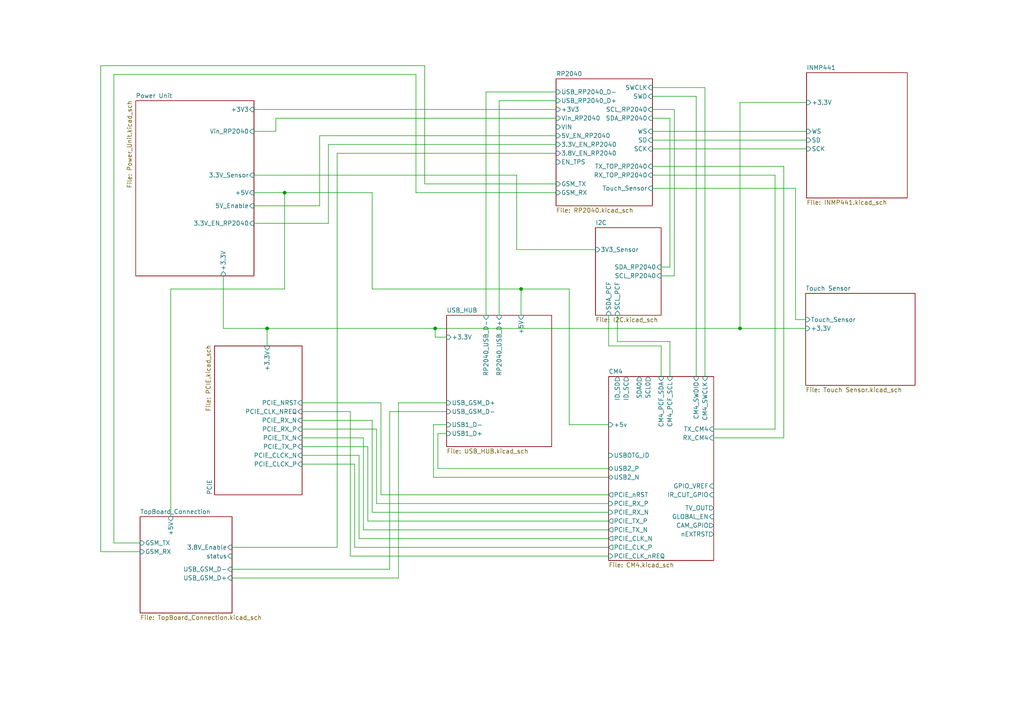
<source format=kicad_sch>
(kicad_sch
	(version 20231120)
	(generator "eeschema")
	(generator_version "8.0")
	(uuid "25e5aa8e-2696-44a3-8d3c-c2c53f2923cf")
	(paper "A4")
	(title_block
		(title "CamTracker")
		(date "2022-09-20")
		(rev "REV1")
		(company "SmartEQ Bilisim")
	)
	(lib_symbols)
	(junction
		(at 77.47 95.25)
		(diameter 0)
		(color 0 0 0 0)
		(uuid "42ee1a36-6b96-4057-8f9b-30a2b9dadc54")
	)
	(junction
		(at 82.55 55.88)
		(diameter 0)
		(color 0 0 0 0)
		(uuid "43651d21-71de-4ae8-b0b8-1ff6ea5b9b28")
	)
	(junction
		(at 214.63 95.25)
		(diameter 0)
		(color 0 0 0 0)
		(uuid "a022223e-0dd0-4803-8445-d7abdcdea753")
	)
	(junction
		(at 151.13 83.82)
		(diameter 0)
		(color 0 0 0 0)
		(uuid "b44ec770-8b28-49a1-9139-f70a9ef8385d")
	)
	(junction
		(at 126.2231 95.25)
		(diameter 0)
		(color 0 0 0 0)
		(uuid "c09a1748-6fe3-4a62-996f-185136caf6b9")
	)
	(wire
		(pts
			(xy 101.6 119.38) (xy 87.63 119.38)
		)
		(stroke
			(width 0)
			(type default)
		)
		(uuid "03f519bb-7c62-4b6b-a2f2-c60882545b17")
	)
	(wire
		(pts
			(xy 110.49 116.84) (xy 87.63 116.84)
		)
		(stroke
			(width 0)
			(type default)
		)
		(uuid "05415c3b-03b0-4c69-97c0-3c855838e16e")
	)
	(wire
		(pts
			(xy 113.03 119.38) (xy 129.54 119.38)
		)
		(stroke
			(width 0)
			(type default)
		)
		(uuid "0846c369-15df-42a1-99e1-476fcf0e5378")
	)
	(wire
		(pts
			(xy 67.31 165.1) (xy 113.03 165.1)
		)
		(stroke
			(width 0)
			(type default)
		)
		(uuid "0886d2ec-bc64-4e34-b033-f9174ff7204b")
	)
	(wire
		(pts
			(xy 189.23 27.94) (xy 201.93 27.94)
		)
		(stroke
			(width 0)
			(type default)
		)
		(uuid "09a84b52-4e71-4e98-a7df-a91449300631")
	)
	(wire
		(pts
			(xy 176.53 143.51) (xy 110.49 143.51)
		)
		(stroke
			(width 0)
			(type default)
		)
		(uuid "09b5f30c-a1a6-4361-855d-14f2db929778")
	)
	(wire
		(pts
			(xy 195.58 80.01) (xy 195.58 31.75)
		)
		(stroke
			(width 0)
			(type default)
		)
		(uuid "0c8c1ea5-fe8a-4bf5-8a70-64c4d50f7e43")
	)
	(wire
		(pts
			(xy 189.23 43.18) (xy 233.934 43.18)
		)
		(stroke
			(width 0)
			(type default)
		)
		(uuid "0dee9125-44f2-467d-b6da-d7f7aadb9447")
	)
	(wire
		(pts
			(xy 125.73 123.19) (xy 129.54 123.19)
		)
		(stroke
			(width 0)
			(type default)
		)
		(uuid "0e921fad-7ac7-4abc-9220-a4fcbfbe3081")
	)
	(wire
		(pts
			(xy 97.79 44.45) (xy 161.29 44.45)
		)
		(stroke
			(width 0)
			(type default)
		)
		(uuid "10051d31-88ed-4419-9b3f-48785e0d52de")
	)
	(wire
		(pts
			(xy 77.47 95.25) (xy 77.47 100.33)
		)
		(stroke
			(width 0)
			(type default)
		)
		(uuid "1174824b-c058-47fc-8ca6-1778fbf78a84")
	)
	(wire
		(pts
			(xy 176.53 148.59) (xy 107.95 148.59)
		)
		(stroke
			(width 0)
			(type default)
		)
		(uuid "123389bb-e212-44a2-9c85-0d3c0638195f")
	)
	(wire
		(pts
			(xy 194.31 109.22) (xy 194.31 99.06)
		)
		(stroke
			(width 0)
			(type default)
		)
		(uuid "12415896-c7d5-4919-b2d2-1df50f615941")
	)
	(wire
		(pts
			(xy 97.79 158.75) (xy 67.31 158.75)
		)
		(stroke
			(width 0)
			(type default)
		)
		(uuid "1625ddf4-9833-4894-899a-1d4af2723184")
	)
	(wire
		(pts
			(xy 106.68 129.54) (xy 87.63 129.54)
		)
		(stroke
			(width 0)
			(type default)
		)
		(uuid "18677b1a-f0d1-4c02-b214-51260999e6d1")
	)
	(wire
		(pts
			(xy 214.63 95.25) (xy 233.68 95.25)
		)
		(stroke
			(width 0)
			(type default)
		)
		(uuid "18ffaaf6-c5f0-44c1-867c-494487439b3d")
	)
	(wire
		(pts
			(xy 92.71 39.37) (xy 161.29 39.37)
		)
		(stroke
			(width 0)
			(type default)
		)
		(uuid "1a8fdd25-3caf-4724-a535-70c5893d89cf")
	)
	(wire
		(pts
			(xy 151.13 83.82) (xy 107.95 83.82)
		)
		(stroke
			(width 0)
			(type default)
		)
		(uuid "1ab3020c-7b52-44e1-9025-dd006e65598f")
	)
	(wire
		(pts
			(xy 189.23 38.1) (xy 233.934 38.1)
		)
		(stroke
			(width 0)
			(type default)
		)
		(uuid "1bbd0120-a48e-4178-a35f-6fc43b1d1fce")
	)
	(wire
		(pts
			(xy 49.53 83.82) (xy 82.55 83.82)
		)
		(stroke
			(width 0)
			(type default)
		)
		(uuid "1bf69e9d-58c8-4a9f-be22-2c5d0085652e")
	)
	(wire
		(pts
			(xy 115.57 116.84) (xy 129.54 116.84)
		)
		(stroke
			(width 0)
			(type default)
		)
		(uuid "1f73fafd-71f5-4366-887b-988e7f50ad5c")
	)
	(wire
		(pts
			(xy 161.29 34.29) (xy 80.01 34.29)
		)
		(stroke
			(width 0)
			(type default)
		)
		(uuid "2110574b-70bf-494c-949d-842d9fd2e86a")
	)
	(wire
		(pts
			(xy 127 135.89) (xy 127 125.73)
		)
		(stroke
			(width 0)
			(type default)
		)
		(uuid "21c04af6-a427-4947-b590-16f6e78f7505")
	)
	(wire
		(pts
			(xy 40.64 160.02) (xy 29.21 160.02)
		)
		(stroke
			(width 0)
			(type default)
		)
		(uuid "24c2d853-0c44-4a9b-9f8f-623cce52ab6b")
	)
	(wire
		(pts
			(xy 126.2231 97.79) (xy 129.54 97.79)
		)
		(stroke
			(width 0)
			(type default)
		)
		(uuid "25dcc88a-e196-485e-b78f-7e4fa9de8ee9")
	)
	(wire
		(pts
			(xy 33.02 21.59) (xy 33.02 157.48)
		)
		(stroke
			(width 0)
			(type default)
		)
		(uuid "26b86376-dada-4ebe-8185-251475d27af3")
	)
	(wire
		(pts
			(xy 95.25 41.91) (xy 161.29 41.91)
		)
		(stroke
			(width 0)
			(type default)
		)
		(uuid "2708e682-685b-42c2-8c28-c202941ad212")
	)
	(wire
		(pts
			(xy 126.2231 95.25) (xy 214.63 95.25)
		)
		(stroke
			(width 0)
			(type default)
		)
		(uuid "279b217d-df59-40dc-9190-7d8d9933ad5b")
	)
	(wire
		(pts
			(xy 82.55 83.82) (xy 82.55 55.88)
		)
		(stroke
			(width 0)
			(type default)
		)
		(uuid "2a9c27fc-85b9-4c7c-bc0c-253df9945804")
	)
	(wire
		(pts
			(xy 33.02 157.48) (xy 40.64 157.48)
		)
		(stroke
			(width 0)
			(type default)
		)
		(uuid "2ae354cd-54c2-41ee-b29b-fd47eef984bc")
	)
	(wire
		(pts
			(xy 120.65 55.88) (xy 120.65 21.59)
		)
		(stroke
			(width 0)
			(type default)
		)
		(uuid "2cf89173-1360-4207-ab49-24c645c33084")
	)
	(wire
		(pts
			(xy 92.71 59.69) (xy 92.71 39.37)
		)
		(stroke
			(width 0)
			(type default)
		)
		(uuid "2e682f21-99e8-4895-9a3b-c75a989b2055")
	)
	(wire
		(pts
			(xy 161.29 53.34) (xy 123.19 53.34)
		)
		(stroke
			(width 0)
			(type default)
		)
		(uuid "308849b8-fa42-4617-b5b5-0d1eec205f6d")
	)
	(wire
		(pts
			(xy 64.77 95.25) (xy 77.47 95.25)
		)
		(stroke
			(width 0)
			(type default)
		)
		(uuid "30dad837-1f1b-4ee4-9e86-f2fa34e689be")
	)
	(wire
		(pts
			(xy 123.19 19.05) (xy 29.21 19.05)
		)
		(stroke
			(width 0)
			(type default)
		)
		(uuid "314ba2e0-03cd-451a-ac69-6c4f5c076887")
	)
	(wire
		(pts
			(xy 176.53 161.29) (xy 101.6 161.29)
		)
		(stroke
			(width 0)
			(type default)
		)
		(uuid "31eb1b74-fc1f-4166-98ac-da2052d1ac07")
	)
	(wire
		(pts
			(xy 194.31 99.06) (xy 179.07 99.06)
		)
		(stroke
			(width 0)
			(type default)
		)
		(uuid "35319e9e-474a-4451-8fbb-699259edf642")
	)
	(wire
		(pts
			(xy 189.23 31.75) (xy 195.58 31.75)
		)
		(stroke
			(width 0)
			(type default)
		)
		(uuid "36afa14e-f150-40e6-8bae-8c450590c0b4")
	)
	(wire
		(pts
			(xy 127 135.89) (xy 176.53 135.89)
		)
		(stroke
			(width 0)
			(type default)
		)
		(uuid "387e9f6b-3ffd-48b9-b3b4-7d047a52992c")
	)
	(wire
		(pts
			(xy 123.19 53.34) (xy 123.19 19.05)
		)
		(stroke
			(width 0)
			(type default)
		)
		(uuid "3d9ad9ce-42c3-40db-a53e-fd4486cd0081")
	)
	(wire
		(pts
			(xy 109.22 124.46) (xy 87.63 124.46)
		)
		(stroke
			(width 0)
			(type default)
		)
		(uuid "403d6e52-f7b3-43da-942e-614925838c47")
	)
	(wire
		(pts
			(xy 73.66 59.69) (xy 92.71 59.69)
		)
		(stroke
			(width 0)
			(type default)
		)
		(uuid "40ab7f4c-9404-4ac2-ab8e-7a90f485b8fd")
	)
	(wire
		(pts
			(xy 176.53 91.44) (xy 176.53 100.33)
		)
		(stroke
			(width 0)
			(type default)
		)
		(uuid "40fa41cb-b56f-44f8-a7ab-c73c5494d120")
	)
	(wire
		(pts
			(xy 194.31 77.47) (xy 191.77 77.47)
		)
		(stroke
			(width 0)
			(type default)
		)
		(uuid "447b1905-adba-477e-a4c9-9e194c43fa32")
	)
	(wire
		(pts
			(xy 140.97 26.67) (xy 161.29 26.67)
		)
		(stroke
			(width 0)
			(type default)
		)
		(uuid "49de4cb9-e192-4350-8a5a-8b1e1b64c762")
	)
	(wire
		(pts
			(xy 107.95 148.59) (xy 107.95 121.92)
		)
		(stroke
			(width 0)
			(type default)
		)
		(uuid "4aabaf2e-be22-4bff-84dc-d7335c2e2202")
	)
	(wire
		(pts
			(xy 106.68 151.13) (xy 106.68 129.54)
		)
		(stroke
			(width 0)
			(type default)
		)
		(uuid "4b4f0b7f-1806-40ee-8fab-8e861305d2d5")
	)
	(wire
		(pts
			(xy 189.23 40.64) (xy 233.934 40.64)
		)
		(stroke
			(width 0)
			(type default)
		)
		(uuid "4c7f4fef-ee5d-4595-8fe9-d13fe702b5b6")
	)
	(wire
		(pts
			(xy 82.55 55.88) (xy 73.66 55.88)
		)
		(stroke
			(width 0)
			(type default)
		)
		(uuid "507bde0d-26c0-4424-98b0-45e23955f05a")
	)
	(wire
		(pts
			(xy 176.53 100.33) (xy 191.77 100.33)
		)
		(stroke
			(width 0)
			(type default)
		)
		(uuid "5118639c-d8cb-44e4-ac88-c755012eb7b2")
	)
	(wire
		(pts
			(xy 207.01 127) (xy 227.33 127)
		)
		(stroke
			(width 0)
			(type default)
		)
		(uuid "514ccd4a-d3bd-4267-a22a-62809d3a8a31")
	)
	(wire
		(pts
			(xy 101.6 161.29) (xy 101.6 119.38)
		)
		(stroke
			(width 0)
			(type default)
		)
		(uuid "51a062b5-d1e2-4b24-b439-df8d85bb31b5")
	)
	(wire
		(pts
			(xy 73.66 64.77) (xy 95.25 64.77)
		)
		(stroke
			(width 0)
			(type default)
		)
		(uuid "5556bca5-8d49-4fcd-9adf-20b755c799fe")
	)
	(wire
		(pts
			(xy 67.31 167.64) (xy 115.57 167.64)
		)
		(stroke
			(width 0)
			(type default)
		)
		(uuid "5711e66d-bb5f-45b8-9808-34d2985e2ed6")
	)
	(wire
		(pts
			(xy 77.47 95.25) (xy 126.2231 95.25)
		)
		(stroke
			(width 0)
			(type default)
		)
		(uuid "57b32829-59d6-403c-be63-0d965700b112")
	)
	(wire
		(pts
			(xy 64.77 80.01) (xy 64.77 95.25)
		)
		(stroke
			(width 0)
			(type default)
		)
		(uuid "5a2fbec4-8f1f-4e20-8c6c-051c3c69c001")
	)
	(wire
		(pts
			(xy 107.95 55.88) (xy 82.55 55.88)
		)
		(stroke
			(width 0)
			(type default)
		)
		(uuid "5f357612-97cb-4e2a-b5b4-f32b0f7b7c2c")
	)
	(wire
		(pts
			(xy 201.93 27.94) (xy 201.93 109.22)
		)
		(stroke
			(width 0)
			(type default)
		)
		(uuid "5ff28785-4594-45e5-8438-f9f24231d21a")
	)
	(wire
		(pts
			(xy 176.53 153.67) (xy 105.41 153.67)
		)
		(stroke
			(width 0)
			(type default)
		)
		(uuid "60bf2342-c4b7-4de6-8626-4f941754047a")
	)
	(wire
		(pts
			(xy 233.934 29.718) (xy 214.63 29.718)
		)
		(stroke
			(width 0)
			(type default)
		)
		(uuid "6354635d-95be-4544-a577-3f5b349b50e2")
	)
	(wire
		(pts
			(xy 104.14 132.08) (xy 87.63 132.08)
		)
		(stroke
			(width 0)
			(type default)
		)
		(uuid "643b3f92-190d-4c85-a1c8-02607902dcb0")
	)
	(wire
		(pts
			(xy 194.31 34.29) (xy 194.31 77.47)
		)
		(stroke
			(width 0)
			(type default)
		)
		(uuid "65b7a8d7-e49d-432a-b4cc-23092a11d9e7")
	)
	(wire
		(pts
			(xy 224.79 50.8) (xy 224.79 124.46)
		)
		(stroke
			(width 0)
			(type default)
		)
		(uuid "66910d01-b7b2-4c64-9b7d-627a5fd9c3da")
	)
	(wire
		(pts
			(xy 140.97 26.67) (xy 140.97 91.44)
		)
		(stroke
			(width 0)
			(type default)
		)
		(uuid "67d85d14-f41e-4947-a5de-ef23bd21f100")
	)
	(wire
		(pts
			(xy 151.13 91.44) (xy 151.13 83.82)
		)
		(stroke
			(width 0)
			(type default)
		)
		(uuid "6b67c7e0-0512-483e-84c4-d3be6e2b9557")
	)
	(wire
		(pts
			(xy 73.66 50.8) (xy 149.86 50.8)
		)
		(stroke
			(width 0)
			(type default)
		)
		(uuid "6ebe907a-f7ce-4054-b7cc-56cb23fe31f0")
	)
	(wire
		(pts
			(xy 191.77 100.33) (xy 191.77 109.22)
		)
		(stroke
			(width 0)
			(type default)
		)
		(uuid "72607ace-994f-4d6d-9e73-75cee1d69f87")
	)
	(wire
		(pts
			(xy 95.25 64.77) (xy 95.25 41.91)
		)
		(stroke
			(width 0)
			(type default)
		)
		(uuid "7324f59c-e84c-4300-9e2f-5274d2e28a1f")
	)
	(wire
		(pts
			(xy 176.53 156.21) (xy 104.14 156.21)
		)
		(stroke
			(width 0)
			(type default)
		)
		(uuid "7688d54f-4b46-4c41-b07d-1dfd7a65e55f")
	)
	(wire
		(pts
			(xy 191.77 80.01) (xy 195.58 80.01)
		)
		(stroke
			(width 0)
			(type default)
		)
		(uuid "8051e80d-932f-423b-8995-5c0ae356ac06")
	)
	(wire
		(pts
			(xy 161.29 55.88) (xy 120.65 55.88)
		)
		(stroke
			(width 0)
			(type default)
		)
		(uuid "80e7efb7-a3d1-4661-8bc0-ff36b8d39b4b")
	)
	(wire
		(pts
			(xy 113.03 165.1) (xy 113.03 119.38)
		)
		(stroke
			(width 0)
			(type default)
		)
		(uuid "82a7dfd7-8fe2-4fad-b4b4-47de29ea616c")
	)
	(wire
		(pts
			(xy 194.31 34.29) (xy 189.23 34.29)
		)
		(stroke
			(width 0)
			(type default)
		)
		(uuid "85c75964-8d87-47ec-81f7-6ce3a21a6d13")
	)
	(wire
		(pts
			(xy 165.1 83.82) (xy 151.13 83.82)
		)
		(stroke
			(width 0)
			(type default)
		)
		(uuid "87618a1a-2219-4ed0-9b0e-90109bb78ce2")
	)
	(wire
		(pts
			(xy 230.7492 92.71) (xy 233.68 92.71)
		)
		(stroke
			(width 0)
			(type default)
		)
		(uuid "87ddc642-ff50-4196-81d3-ab0186806276")
	)
	(wire
		(pts
			(xy 189.23 50.8) (xy 224.79 50.8)
		)
		(stroke
			(width 0)
			(type default)
		)
		(uuid "88f63d85-e1ee-4cdd-a7ad-3e67e9ec26e1")
	)
	(wire
		(pts
			(xy 105.41 127) (xy 87.63 127)
		)
		(stroke
			(width 0)
			(type default)
		)
		(uuid "972b3518-ce4b-44f1-951f-3a52c19eabbe")
	)
	(wire
		(pts
			(xy 227.33 127) (xy 227.33 48.26)
		)
		(stroke
			(width 0)
			(type default)
		)
		(uuid "99f76467-fdb3-4e45-a1b3-d948d38fcfa9")
	)
	(wire
		(pts
			(xy 144.78 29.21) (xy 144.78 91.44)
		)
		(stroke
			(width 0)
			(type default)
		)
		(uuid "9c67971e-14ea-491b-8734-57429f4e2395")
	)
	(wire
		(pts
			(xy 102.87 134.62) (xy 87.63 134.62)
		)
		(stroke
			(width 0)
			(type default)
		)
		(uuid "9d258ba2-1b5c-40fa-b815-e4a5cafc60db")
	)
	(wire
		(pts
			(xy 49.53 149.86) (xy 49.53 83.82)
		)
		(stroke
			(width 0)
			(type default)
		)
		(uuid "9d637243-c449-4418-929e-ecb594170cf4")
	)
	(wire
		(pts
			(xy 104.14 156.21) (xy 104.14 132.08)
		)
		(stroke
			(width 0)
			(type default)
		)
		(uuid "a62b28ab-c9c5-4a25-8fcf-86a307671a3e")
	)
	(wire
		(pts
			(xy 115.57 167.64) (xy 115.57 116.84)
		)
		(stroke
			(width 0)
			(type default)
		)
		(uuid "a747e60c-83ac-4868-bd85-2ecda96dc400")
	)
	(wire
		(pts
			(xy 179.07 99.06) (xy 179.07 91.44)
		)
		(stroke
			(width 0)
			(type default)
		)
		(uuid "aa3c719d-aeea-4c58-aadd-88f0407f922a")
	)
	(wire
		(pts
			(xy 204.47 25.4) (xy 204.47 109.22)
		)
		(stroke
			(width 0)
			(type default)
		)
		(uuid "af1d1e25-12cd-4036-9aa2-b3f58c7c3eeb")
	)
	(wire
		(pts
			(xy 80.01 38.1) (xy 73.66 38.1)
		)
		(stroke
			(width 0)
			(type default)
		)
		(uuid "b0f92301-1118-415c-a00d-8bcb67f415c3")
	)
	(wire
		(pts
			(xy 109.22 146.05) (xy 109.22 124.46)
		)
		(stroke
			(width 0)
			(type default)
		)
		(uuid "b6d5d99a-11f6-4011-aa4e-0f5dffa0e2c9")
	)
	(wire
		(pts
			(xy 105.41 153.67) (xy 105.41 127)
		)
		(stroke
			(width 0)
			(type default)
		)
		(uuid "bc5eed40-81a1-43c3-957a-85c022bed129")
	)
	(wire
		(pts
			(xy 189.23 54.61) (xy 230.7492 54.61)
		)
		(stroke
			(width 0)
			(type default)
		)
		(uuid "bcb0cda8-1fbd-402f-897b-6daf806d9ee5")
	)
	(wire
		(pts
			(xy 189.23 48.26) (xy 227.33 48.26)
		)
		(stroke
			(width 0)
			(type default)
		)
		(uuid "bcc04fba-91f1-44e7-9af2-2e8e82931d12")
	)
	(wire
		(pts
			(xy 176.53 151.13) (xy 106.68 151.13)
		)
		(stroke
			(width 0)
			(type default)
		)
		(uuid "bd5c3252-3881-45a1-905f-f3d2eb3ba454")
	)
	(wire
		(pts
			(xy 189.23 25.4) (xy 204.47 25.4)
		)
		(stroke
			(width 0)
			(type default)
		)
		(uuid "bf3e369c-93ad-4e32-b7d0-0fb2730e2035")
	)
	(wire
		(pts
			(xy 125.73 138.43) (xy 176.53 138.43)
		)
		(stroke
			(width 0)
			(type default)
		)
		(uuid "c1960e59-1ad1-4b37-9840-ecf1f37c3865")
	)
	(wire
		(pts
			(xy 120.65 21.59) (xy 33.02 21.59)
		)
		(stroke
			(width 0)
			(type default)
		)
		(uuid "c29b3c9f-d29c-4d68-b05c-94299cad329b")
	)
	(wire
		(pts
			(xy 176.53 158.75) (xy 102.87 158.75)
		)
		(stroke
			(width 0)
			(type default)
		)
		(uuid "c4a320a6-746c-494f-8b05-dcb4baf99692")
	)
	(wire
		(pts
			(xy 149.86 72.39) (xy 149.86 50.8)
		)
		(stroke
			(width 0)
			(type default)
		)
		(uuid "c53861a9-17f6-4068-8c8f-d110f7d319fd")
	)
	(wire
		(pts
			(xy 176.53 123.19) (xy 165.1 123.19)
		)
		(stroke
			(width 0)
			(type default)
		)
		(uuid "c6e2a686-dc12-4289-9d77-32a0bbe88c13")
	)
	(wire
		(pts
			(xy 110.49 143.51) (xy 110.49 116.84)
		)
		(stroke
			(width 0)
			(type default)
		)
		(uuid "c7ef770a-4d69-419f-9d7d-0258c3fcc9d5")
	)
	(wire
		(pts
			(xy 127 125.73) (xy 129.54 125.73)
		)
		(stroke
			(width 0)
			(type default)
		)
		(uuid "cb1fc376-7dd0-4f06-838a-33c79f6c7387")
	)
	(wire
		(pts
			(xy 126.2231 95.25) (xy 126.2231 97.79)
		)
		(stroke
			(width 0)
			(type default)
		)
		(uuid "cc633cc1-fae0-4f3b-9f5f-27088c649cd0")
	)
	(wire
		(pts
			(xy 29.21 19.05) (xy 29.21 160.02)
		)
		(stroke
			(width 0)
			(type default)
		)
		(uuid "cdb74237-0adb-4204-8963-f77d7c95e3fb")
	)
	(wire
		(pts
			(xy 73.66 31.75) (xy 161.29 31.75)
		)
		(stroke
			(width 0)
			(type default)
		)
		(uuid "d07f27f0-f3ef-4cb8-ac74-3ff388755406")
	)
	(wire
		(pts
			(xy 214.63 29.718) (xy 214.63 95.25)
		)
		(stroke
			(width 0)
			(type default)
		)
		(uuid "db9d0d92-16ee-4962-8dd5-9cf1133a0458")
	)
	(wire
		(pts
			(xy 102.87 158.75) (xy 102.87 134.62)
		)
		(stroke
			(width 0)
			(type default)
		)
		(uuid "dba8a864-70f5-41bd-b300-ce62b6e67414")
	)
	(wire
		(pts
			(xy 230.7492 54.61) (xy 230.7492 92.71)
		)
		(stroke
			(width 0)
			(type default)
		)
		(uuid "e0fe0e51-084f-4bde-a929-56f13b7d1c11")
	)
	(wire
		(pts
			(xy 107.95 83.82) (xy 107.95 55.88)
		)
		(stroke
			(width 0)
			(type default)
		)
		(uuid "e8e023f0-4dbe-4c20-af00-f261883129b4")
	)
	(wire
		(pts
			(xy 125.73 138.43) (xy 125.73 123.19)
		)
		(stroke
			(width 0)
			(type default)
		)
		(uuid "ee0fb778-a18d-4449-a528-5b375534587a")
	)
	(wire
		(pts
			(xy 107.95 121.92) (xy 87.63 121.92)
		)
		(stroke
			(width 0)
			(type default)
		)
		(uuid "f22d1b85-edd4-45dd-abab-88512ad974ee")
	)
	(wire
		(pts
			(xy 172.72 72.39) (xy 149.86 72.39)
		)
		(stroke
			(width 0)
			(type default)
		)
		(uuid "f4bb116e-cc54-429b-8201-b0a5724caaa7")
	)
	(wire
		(pts
			(xy 207.01 124.46) (xy 224.79 124.46)
		)
		(stroke
			(width 0)
			(type default)
		)
		(uuid "f716deb6-15eb-49bb-86b7-7e00537a8574")
	)
	(wire
		(pts
			(xy 165.1 123.19) (xy 165.1 83.82)
		)
		(stroke
			(width 0)
			(type default)
		)
		(uuid "f9564a59-669e-4b47-b70a-71a51ba4351b")
	)
	(wire
		(pts
			(xy 144.78 29.21) (xy 161.29 29.21)
		)
		(stroke
			(width 0)
			(type default)
		)
		(uuid "fe69f8f4-142f-47d9-98be-267c91e2ba53")
	)
	(wire
		(pts
			(xy 97.79 44.45) (xy 97.79 158.75)
		)
		(stroke
			(width 0)
			(type default)
		)
		(uuid "feaaf815-65f9-404f-9d8f-69b369c3cb43")
	)
	(wire
		(pts
			(xy 176.53 146.05) (xy 109.22 146.05)
		)
		(stroke
			(width 0)
			(type default)
		)
		(uuid "ff6c5c34-c6a1-48f0-8d50-9d1671df817a")
	)
	(wire
		(pts
			(xy 80.01 34.29) (xy 80.01 38.1)
		)
		(stroke
			(width 0)
			(type default)
		)
		(uuid "ff81075e-7686-4f75-a390-297351818a28")
	)
	(sheet
		(at 161.29 22.86)
		(size 27.94 36.83)
		(fields_autoplaced yes)
		(stroke
			(width 0.1524)
			(type solid)
		)
		(fill
			(color 0 0 0 0.0000)
		)
		(uuid "1147878d-87e6-4054-a960-524e5dd813b0")
		(property "Sheetname" "RP2040"
			(at 161.29 22.1484 0)
			(effects
				(font
					(size 1.27 1.27)
				)
				(justify left bottom)
			)
		)
		(property "Sheetfile" "RP2040.kicad_sch"
			(at 161.29 60.2746 0)
			(effects
				(font
					(size 1.27 1.27)
				)
				(justify left top)
			)
		)
		(pin "5V_EN_RP2040" input
			(at 161.29 39.37 180)
			(effects
				(font
					(size 1.27 1.27)
				)
				(justify left)
			)
			(uuid "18aa51b6-6450-4690-a3ee-ef722877f349")
		)
		(pin "3.3V_EN_RP2040" input
			(at 161.29 41.91 180)
			(effects
				(font
					(size 1.27 1.27)
				)
				(justify left)
			)
			(uuid "e7b0bb95-7660-4b0e-9423-43e2c79e8989")
		)
		(pin "3.8V_EN_RP2040" input
			(at 161.29 44.45 180)
			(effects
				(font
					(size 1.27 1.27)
				)
				(justify left)
			)
			(uuid "5ea38b6e-1f1d-4560-952d-46d0561a6f13")
		)
		(pin "+3V3" input
			(at 161.29 31.75 180)
			(effects
				(font
					(size 1.27 1.27)
				)
				(justify left)
			)
			(uuid "8f18b489-648d-45ea-8cee-02e77d2d7d63")
		)
		(pin "SDA_RP2040" input
			(at 189.23 34.29 0)
			(effects
				(font
					(size 1.27 1.27)
				)
				(justify right)
			)
			(uuid "4be6db95-e146-420b-aca1-cf754c128a3b")
		)
		(pin "SCL_RP2040" input
			(at 189.23 31.75 0)
			(effects
				(font
					(size 1.27 1.27)
				)
				(justify right)
			)
			(uuid "ac565da2-efea-4690-87fb-9a8ec7bfeeb0")
		)
		(pin "SWD" input
			(at 189.23 27.94 0)
			(effects
				(font
					(size 1.27 1.27)
				)
				(justify right)
			)
			(uuid "2355998a-3266-40d2-bab8-53569c5596bc")
		)
		(pin "SWCLK" input
			(at 189.23 25.4 0)
			(effects
				(font
					(size 1.27 1.27)
				)
				(justify right)
			)
			(uuid "d974afe9-cf34-4728-9406-fa2c3073360d")
		)
		(pin "VIN" input
			(at 161.29 36.83 180)
			(effects
				(font
					(size 1.27 1.27)
				)
				(justify left)
			)
			(uuid "cc716bd0-4abf-43b4-b162-4586fc1a08aa")
		)
		(pin "TX_TOP_RP2040" input
			(at 189.23 48.26 0)
			(effects
				(font
					(size 1.27 1.27)
				)
				(justify right)
			)
			(uuid "abeea0ae-86a7-4f8b-a645-6bf752aa4f48")
		)
		(pin "RX_TOP_RP2040" input
			(at 189.23 50.8 0)
			(effects
				(font
					(size 1.27 1.27)
				)
				(justify right)
			)
			(uuid "841e7abc-5593-4cb2-95d2-e2922c9ac72a")
		)
		(pin "EN_TPS" input
			(at 161.29 46.99 180)
			(effects
				(font
					(size 1.27 1.27)
				)
				(justify left)
			)
			(uuid "239d0ea3-5c30-4884-9763-2da4a0426078")
		)
		(pin "USB_RP2040_D+" input
			(at 161.29 29.21 180)
			(effects
				(font
					(size 1.27 1.27)
				)
				(justify left)
			)
			(uuid "86ebba87-6413-465f-9d62-7d663c80faf8")
		)
		(pin "USB_RP2040_D-" input
			(at 161.29 26.67 180)
			(effects
				(font
					(size 1.27 1.27)
				)
				(justify left)
			)
			(uuid "5986b0e3-4047-4ce8-a277-f638d88a4824")
		)
		(pin "Vin_RP2040" input
			(at 161.29 34.29 180)
			(effects
				(font
					(size 1.27 1.27)
				)
				(justify left)
			)
			(uuid "9e758653-b0f7-45c8-abec-3399c8b97628")
		)
		(pin "Touch_Sensor" input
			(at 189.23 54.61 0)
			(effects
				(font
					(size 1.27 1.27)
				)
				(justify right)
			)
			(uuid "cfe40f82-25bc-4973-a17b-af6ec48268c2")
		)
		(pin "WS" input
			(at 189.23 38.1 0)
			(effects
				(font
					(size 1.27 1.27)
				)
				(justify right)
			)
			(uuid "30775ac7-8b1a-4280-9798-2a3ff66651fb")
		)
		(pin "SD" input
			(at 189.23 40.64 0)
			(effects
				(font
					(size 1.27 1.27)
				)
				(justify right)
			)
			(uuid "e225bf90-ef87-43ef-8edb-320130473499")
		)
		(pin "SCK" input
			(at 189.23 43.18 0)
			(effects
				(font
					(size 1.27 1.27)
				)
				(justify right)
			)
			(uuid "201d94b8-d362-4a5b-a614-84aea99da66d")
		)
		(pin "GSM_TX" input
			(at 161.29 53.34 180)
			(effects
				(font
					(size 1.27 1.27)
				)
				(justify left)
			)
			(uuid "4c6b80a3-c1e0-46a2-a081-553ac15181b5")
		)
		(pin "GSM_RX" input
			(at 161.29 55.88 180)
			(effects
				(font
					(size 1.27 1.27)
				)
				(justify left)
			)
			(uuid "6cae5c3a-ce89-4f19-9974-f65b326d7b2b")
		)
		(instances
			(project "CamTracker_CM4_V3.1"
				(path "/25e5aa8e-2696-44a3-8d3c-c2c53f2923cf"
					(page "5")
				)
			)
		)
	)
	(sheet
		(at 40.64 149.86)
		(size 26.67 27.94)
		(fields_autoplaced yes)
		(stroke
			(width 0.1524)
			(type solid)
		)
		(fill
			(color 0 0 0 0.0000)
		)
		(uuid "1988e811-771a-4880-9d51-b95ca24d711d")
		(property "Sheetname" "TopBoard_Connection"
			(at 40.64 149.1484 0)
			(effects
				(font
					(size 1.27 1.27)
				)
				(justify left bottom)
			)
		)
		(property "Sheetfile" "TopBoard_Connection.kicad_sch"
			(at 40.64 178.3846 0)
			(effects
				(font
					(size 1.27 1.27)
				)
				(justify left top)
			)
		)
		(pin "USB_GSM_D-" input
			(at 67.31 165.1 0)
			(effects
				(font
					(size 1.27 1.27)
				)
				(justify right)
			)
			(uuid "32715bd4-8848-4734-b747-c110bf99b2d0")
		)
		(pin "USB_GSM_D+" input
			(at 67.31 167.64 0)
			(effects
				(font
					(size 1.27 1.27)
				)
				(justify right)
			)
			(uuid "fc623207-25f3-43c7-aa50-e740a54d2231")
		)
		(pin "status" input
			(at 67.31 161.29 0)
			(effects
				(font
					(size 1.27 1.27)
				)
				(justify right)
			)
			(uuid "4399f390-c01c-4da4-a6e6-53e785b7aec9")
		)
		(pin "3.8V_Enable" input
			(at 67.31 158.75 0)
			(effects
				(font
					(size 1.27 1.27)
				)
				(justify right)
			)
			(uuid "943af582-4d27-4156-b3af-8cfe0d91abb5")
		)
		(pin "+5V" input
			(at 49.53 149.86 90)
			(effects
				(font
					(size 1.27 1.27)
				)
				(justify right)
			)
			(uuid "3aaa74f9-09f7-4176-a0e3-9913d230943e")
		)
		(pin "GSM_TX" input
			(at 40.64 157.48 180)
			(effects
				(font
					(size 1.27 1.27)
				)
				(justify left)
			)
			(uuid "cdfb5e34-efa7-49c9-a019-91cd636d2e29")
		)
		(pin "GSM_RX" input
			(at 40.64 160.02 180)
			(effects
				(font
					(size 1.27 1.27)
				)
				(justify left)
			)
			(uuid "e62b7f00-33a9-4ea1-b4bc-8224446df236")
		)
		(instances
			(project "CamTracker_CM4_V3.1"
				(path "/25e5aa8e-2696-44a3-8d3c-c2c53f2923cf"
					(page "7")
				)
			)
		)
	)
	(sheet
		(at 62.23 100.33)
		(size 25.4 43.18)
		(stroke
			(width 0.1524)
			(type solid)
		)
		(fill
			(color 0 0 0 0.0000)
		)
		(uuid "2a74edf7-7aa3-4746-b45b-7d0642faf549")
		(property "Sheetname" "PCIE"
			(at 61.5184 143.51 90)
			(effects
				(font
					(size 1.27 1.27)
				)
				(justify left bottom)
			)
		)
		(property "Sheetfile" "PCIE.kicad_sch"
			(at 59.69 119.38 90)
			(effects
				(font
					(size 1.27 1.27)
				)
				(justify left top)
			)
		)
		(pin "PCIE_NRST" input
			(at 87.63 116.84 0)
			(effects
				(font
					(size 1.27 1.27)
				)
				(justify right)
			)
			(uuid "7940297c-e4ea-4af2-ab3a-359a059b084d")
		)
		(pin "PCIE_CLK_NREQ" input
			(at 87.63 119.38 0)
			(effects
				(font
					(size 1.27 1.27)
				)
				(justify right)
			)
			(uuid "cd9b05c4-4f19-421b-8de1-e34c457b6f7d")
		)
		(pin "PCIE_RX_N" input
			(at 87.63 121.92 0)
			(effects
				(font
					(size 1.27 1.27)
				)
				(justify right)
			)
			(uuid "17e8f9ed-ae6d-47f0-8d8f-b6e2dad9601c")
		)
		(pin "PCIE_RX_P" input
			(at 87.63 124.46 0)
			(effects
				(font
					(size 1.27 1.27)
				)
				(justify right)
			)
			(uuid "26d0b895-4f45-490f-8e50-256efeac6e84")
		)
		(pin "PCIE_TX_N" input
			(at 87.63 127 0)
			(effects
				(font
					(size 1.27 1.27)
				)
				(justify right)
			)
			(uuid "2383d429-8913-47e6-8b37-f3f753c7fc73")
		)
		(pin "PCIE_TX_P" input
			(at 87.63 129.54 0)
			(effects
				(font
					(size 1.27 1.27)
				)
				(justify right)
			)
			(uuid "5c816790-4912-46d2-804b-d2b197058014")
		)
		(pin "PCIE_CLCK_N" input
			(at 87.63 132.08 0)
			(effects
				(font
					(size 1.27 1.27)
				)
				(justify right)
			)
			(uuid "4246fb69-cab4-4bfd-998b-eccde7ec40c7")
		)
		(pin "PCIE_CLCK_P" input
			(at 87.63 134.62 0)
			(effects
				(font
					(size 1.27 1.27)
				)
				(justify right)
			)
			(uuid "cd86600d-e9a0-46ae-86e2-be8eca66085d")
		)
		(pin "+3.3V" input
			(at 77.47 100.33 90)
			(effects
				(font
					(size 1.27 1.27)
				)
				(justify right)
			)
			(uuid "f2f631b3-c05c-4f8e-8b54-0f604acecbe2")
		)
		(instances
			(project "CamTracker_CM4_V3.1"
				(path "/25e5aa8e-2696-44a3-8d3c-c2c53f2923cf"
					(page "8")
				)
			)
		)
	)
	(sheet
		(at 172.72 66.04)
		(size 19.05 25.4)
		(fields_autoplaced yes)
		(stroke
			(width 0.1524)
			(type solid)
		)
		(fill
			(color 0 0 0 0.0000)
		)
		(uuid "383fcf5a-65f6-49c3-bf77-797c72e18f88")
		(property "Sheetname" "I2C"
			(at 172.72 65.3284 0)
			(effects
				(font
					(size 1.27 1.27)
				)
				(justify left bottom)
			)
		)
		(property "Sheetfile" "I2C.kicad_sch"
			(at 172.72 92.0246 0)
			(effects
				(font
					(size 1.27 1.27)
				)
				(justify left top)
			)
		)
		(pin "3V3_Sensor" input
			(at 172.72 72.39 180)
			(effects
				(font
					(size 1.27 1.27)
				)
				(justify left)
			)
			(uuid "728e027d-a628-48dc-9a8f-1c08568d5e81")
		)
		(pin "SCL_PCF" input
			(at 179.07 91.44 270)
			(effects
				(font
					(size 1.27 1.27)
				)
				(justify left)
			)
			(uuid "46e205e1-beed-4e6b-97b0-71c19cf21a90")
		)
		(pin "SDA_PCF" input
			(at 176.53 91.44 270)
			(effects
				(font
					(size 1.27 1.27)
				)
				(justify left)
			)
			(uuid "c8712166-19aa-4a2d-8593-811f75b86eec")
		)
		(pin "SDA_RP2040" input
			(at 191.77 77.47 0)
			(effects
				(font
					(size 1.27 1.27)
				)
				(justify right)
			)
			(uuid "a8f731b9-12dd-47f8-8a64-8eac55274db3")
		)
		(pin "SCL_RP2040" input
			(at 191.77 80.01 0)
			(effects
				(font
					(size 1.27 1.27)
				)
				(justify right)
			)
			(uuid "e01e352b-99e3-4ce5-a47d-4cccdfc74af8")
		)
		(instances
			(project "CamTracker_CM4_V3.1"
				(path "/25e5aa8e-2696-44a3-8d3c-c2c53f2923cf"
					(page "8")
				)
			)
		)
	)
	(sheet
		(at 233.68 85.09)
		(size 31.75 26.67)
		(fields_autoplaced yes)
		(stroke
			(width 0.1524)
			(type solid)
		)
		(fill
			(color 0 0 0 0.0000)
		)
		(uuid "7030b9d7-faae-4a7e-ad9a-f98295ae3410")
		(property "Sheetname" "Touch Sensor"
			(at 233.68 84.3784 0)
			(effects
				(font
					(size 1.27 1.27)
				)
				(justify left bottom)
			)
		)
		(property "Sheetfile" "Touch Sensor.kicad_sch"
			(at 233.68 112.3446 0)
			(effects
				(font
					(size 1.27 1.27)
				)
				(justify left top)
			)
		)
		(pin "+3.3V" input
			(at 233.68 95.25 180)
			(effects
				(font
					(size 1.27 1.27)
				)
				(justify left)
			)
			(uuid "b9e5a864-3701-4899-bd28-859f0a8b544e")
		)
		(pin "Touch_Sensor" input
			(at 233.68 92.71 180)
			(effects
				(font
					(size 1.27 1.27)
				)
				(justify left)
			)
			(uuid "3a12a567-dc08-4098-83d5-61eff5266369")
		)
		(instances
			(project "CamTracker_CM4_V3.1"
				(path "/25e5aa8e-2696-44a3-8d3c-c2c53f2923cf"
					(page "9")
				)
			)
		)
	)
	(sheet
		(at 233.934 21.082)
		(size 29.21 36.322)
		(fields_autoplaced yes)
		(stroke
			(width 0.1524)
			(type solid)
		)
		(fill
			(color 0 0 0 0.0000)
		)
		(uuid "8cd58bda-79df-45a6-ae5f-925c75204272")
		(property "Sheetname" "INMP441"
			(at 233.934 20.3704 0)
			(effects
				(font
					(size 1.27 1.27)
				)
				(justify left bottom)
			)
		)
		(property "Sheetfile" "INMP441.kicad_sch"
			(at 233.934 57.9886 0)
			(effects
				(font
					(size 1.27 1.27)
				)
				(justify left top)
			)
		)
		(pin "+3.3V" input
			(at 233.934 29.718 180)
			(effects
				(font
					(size 1.27 1.27)
				)
				(justify left)
			)
			(uuid "9e4450cc-b9e6-4752-a169-29c8eead1225")
		)
		(pin "SCK" input
			(at 233.934 43.18 180)
			(effects
				(font
					(size 1.27 1.27)
				)
				(justify left)
			)
			(uuid "0506ae69-3cce-4fd7-8d5a-a6ccc8785689")
		)
		(pin "WS" input
			(at 233.934 38.1 180)
			(effects
				(font
					(size 1.27 1.27)
				)
				(justify left)
			)
			(uuid "12b7650b-64f0-4575-82bd-d79936c9c2d1")
		)
		(pin "SD" input
			(at 233.934 40.64 180)
			(effects
				(font
					(size 1.27 1.27)
				)
				(justify left)
			)
			(uuid "5d8a4293-c8a9-4d20-911a-e184f65b7333")
		)
		(instances
			(project "CamTracker_CM4_V3.1"
				(path "/25e5aa8e-2696-44a3-8d3c-c2c53f2923cf"
					(page "10")
				)
			)
		)
	)
	(sheet
		(at 129.54 91.44)
		(size 30.48 38.1)
		(fields_autoplaced yes)
		(stroke
			(width 0.1524)
			(type solid)
		)
		(fill
			(color 0 0 0 0.0000)
		)
		(uuid "be9054fb-4f51-4e84-a213-a31d6a22fbd4")
		(property "Sheetname" "USB_HUB"
			(at 129.54 90.7284 0)
			(effects
				(font
					(size 1.27 1.27)
				)
				(justify left bottom)
			)
		)
		(property "Sheetfile" "USB_HUB.kicad_sch"
			(at 129.54 130.1246 0)
			(effects
				(font
					(size 1.27 1.27)
				)
				(justify left top)
			)
		)
		(pin "USB_GSM_D+" input
			(at 129.54 116.84 180)
			(effects
				(font
					(size 1.27 1.27)
				)
				(justify left)
			)
			(uuid "5cc612dc-3923-41c6-a084-153320c27ca1")
		)
		(pin "USB_GSM_D-" input
			(at 129.54 119.38 180)
			(effects
				(font
					(size 1.27 1.27)
				)
				(justify left)
			)
			(uuid "dc2a7d26-5435-4efe-8ef6-f98f682ec8dc")
		)
		(pin "RP2040_USB_D+" input
			(at 144.78 91.44 90)
			(effects
				(font
					(size 1.27 1.27)
				)
				(justify right)
			)
			(uuid "56bf4180-0a97-4cde-85c0-6646876d4b56")
		)
		(pin "RP2040_USB_D-" input
			(at 140.97 91.44 90)
			(effects
				(font
					(size 1.27 1.27)
				)
				(justify right)
			)
			(uuid "161de0eb-c9e5-4f5b-9efa-98d7d68a1f06")
		)
		(pin "USB1_D+" input
			(at 129.54 125.73 180)
			(effects
				(font
					(size 1.27 1.27)
				)
				(justify left)
			)
			(uuid "c596bacf-0e9b-4e8a-927c-d1ed40b83e1a")
		)
		(pin "USB1_D-" input
			(at 129.54 123.19 180)
			(effects
				(font
					(size 1.27 1.27)
				)
				(justify left)
			)
			(uuid "405e6773-e059-4cf9-97be-439e82af2ca0")
		)
		(pin "+5V" input
			(at 151.13 91.44 90)
			(effects
				(font
					(size 1.27 1.27)
				)
				(justify right)
			)
			(uuid "9a95a7a9-4132-425a-9233-daba1dbdc8af")
		)
		(pin "+3.3V" input
			(at 129.54 97.79 180)
			(effects
				(font
					(size 1.27 1.27)
				)
				(justify left)
			)
			(uuid "443f248a-ce10-468b-82b1-2192312c0593")
		)
		(instances
			(project "CamTracker_CM4_V3.1"
				(path "/25e5aa8e-2696-44a3-8d3c-c2c53f2923cf"
					(page "3")
				)
			)
		)
	)
	(sheet
		(at 39.37 29.21)
		(size 34.29 50.8)
		(stroke
			(width 0.1524)
			(type solid)
		)
		(fill
			(color 0 0 0 0.0000)
		)
		(uuid "c678bd8c-5c82-4d82-9e56-953defc53f40")
		(property "Sheetname" "Power Unit"
			(at 39.37 28.4984 0)
			(effects
				(font
					(size 1.27 1.27)
				)
				(justify left bottom)
			)
		)
		(property "Sheetfile" "Power_Unit.kicad_sch"
			(at 36.83 54.61 90)
			(effects
				(font
					(size 1.27 1.27)
				)
				(justify left top)
			)
		)
		(pin "3.3V_Sensor" input
			(at 73.66 50.8 0)
			(effects
				(font
					(size 1.27 1.27)
				)
				(justify right)
			)
			(uuid "d605a683-8991-438b-93e8-499b4211c8a5")
		)
		(pin "3.3V_EN_RP2040" input
			(at 73.66 64.77 0)
			(effects
				(font
					(size 1.27 1.27)
				)
				(justify right)
			)
			(uuid "ef56d72d-b21b-44d3-9656-b26801e02237")
		)
		(pin "+3V3" input
			(at 73.66 31.75 0)
			(effects
				(font
					(size 1.27 1.27)
				)
				(justify right)
			)
			(uuid "e7d0f02e-68a6-4727-b7e1-03ab15eb7316")
		)
		(pin "+5V" input
			(at 73.66 55.88 0)
			(effects
				(font
					(size 1.27 1.27)
				)
				(justify right)
			)
			(uuid "b3a380cd-9930-44c8-9dc0-85f19d76a12c")
		)
		(pin "5V_Enable" input
			(at 73.66 59.69 0)
			(effects
				(font
					(size 1.27 1.27)
				)
				(justify right)
			)
			(uuid "29aa0d34-a98a-456d-8751-45c4a00f33d4")
		)
		(pin "+3.3V" input
			(at 64.77 80.01 270)
			(effects
				(font
					(size 1.27 1.27)
				)
				(justify left)
			)
			(uuid "c044fc2b-fdf7-4eaf-a0fe-62062820db14")
		)
		(pin "Vin_RP2040" input
			(at 73.66 38.1 0)
			(effects
				(font
					(size 1.27 1.27)
				)
				(justify right)
			)
			(uuid "a8498f4a-f5aa-4e4a-9aa8-f5bf7b5c1e34")
		)
		(instances
			(project "CamTracker_CM4_V3.1"
				(path "/25e5aa8e-2696-44a3-8d3c-c2c53f2923cf"
					(page "4")
				)
			)
		)
	)
	(sheet
		(at 176.53 109.22)
		(size 30.48 53.34)
		(fields_autoplaced yes)
		(stroke
			(width 0.1524)
			(type solid)
		)
		(fill
			(color 0 0 0 0.0000)
		)
		(uuid "cc573126-09a5-458d-aef4-03d1a49e48a2")
		(property "Sheetname" "CM4"
			(at 176.53 108.5084 0)
			(effects
				(font
					(size 1.27 1.27)
				)
				(justify left bottom)
			)
		)
		(property "Sheetfile" "CM4.kicad_sch"
			(at 176.53 163.1446 0)
			(effects
				(font
					(size 1.27 1.27)
				)
				(justify left top)
			)
		)
		(pin "USB2_N" bidirectional
			(at 176.53 138.43 180)
			(effects
				(font
					(size 1.27 1.27)
				)
				(justify left)
			)
			(uuid "aa48a942-e418-414e-afe0-fcc821f4eacd")
		)
		(pin "USB2_P" bidirectional
			(at 176.53 135.89 180)
			(effects
				(font
					(size 1.27 1.27)
				)
				(justify left)
			)
			(uuid "d38f98da-503a-445b-9784-b6f7bf5f2b0f")
		)
		(pin "USBOTG_ID" input
			(at 176.53 132.08 180)
			(effects
				(font
					(size 1.27 1.27)
				)
				(justify left)
			)
			(uuid "879ba7a7-4f0f-4696-94db-d7adec031369")
		)
		(pin "ID_SC" output
			(at 181.61 109.22 90)
			(effects
				(font
					(size 1.27 1.27)
				)
				(justify right)
			)
			(uuid "a3608375-6c95-4f9d-ae40-04fe85d174d9")
		)
		(pin "IR_CUT_GPIO" input
			(at 207.01 143.51 0)
			(effects
				(font
					(size 1.27 1.27)
				)
				(justify right)
			)
			(uuid "3665b420-f4c0-4ff9-aba4-69fd00acb6b3")
		)
		(pin "CM4_SWDIO" input
			(at 201.93 109.22 90)
			(effects
				(font
					(size 1.27 1.27)
				)
				(justify right)
			)
			(uuid "710ef621-62f8-4b43-acd7-6245f4dfef6c")
		)
		(pin "CM4_SWCLK" input
			(at 204.47 109.22 90)
			(effects
				(font
					(size 1.27 1.27)
				)
				(justify right)
			)
			(uuid "e4673ab7-6eb5-4b2b-90ce-37ec2df13d93")
		)
		(pin "ID_SD" output
			(at 179.07 109.22 90)
			(effects
				(font
					(size 1.27 1.27)
				)
				(justify right)
			)
			(uuid "0f732635-5585-4666-ab4d-4253aa8eb585")
		)
		(pin "PCIE_RX_P" input
			(at 176.53 146.05 180)
			(effects
				(font
					(size 1.27 1.27)
				)
				(justify left)
			)
			(uuid "36c9232b-2fce-4763-a2d8-1378f1ed5501")
		)
		(pin "PCIE_CLK_P" output
			(at 176.53 158.75 180)
			(effects
				(font
					(size 1.27 1.27)
				)
				(justify left)
			)
			(uuid "3148da91-e1fb-4862-ab17-a35ceadbce5d")
		)
		(pin "PCIE_RX_N" input
			(at 176.53 148.59 180)
			(effects
				(font
					(size 1.27 1.27)
				)
				(justify left)
			)
			(uuid "2b4f62b5-3e22-44f7-9a3c-f22949a0b1ca")
		)
		(pin "PCIE_TX_P" output
			(at 176.53 151.13 180)
			(effects
				(font
					(size 1.27 1.27)
				)
				(justify left)
			)
			(uuid "c5b9cd2b-d420-4a6a-b968-e900d09cab75")
		)
		(pin "PCIE_TX_N" output
			(at 176.53 153.67 180)
			(effects
				(font
					(size 1.27 1.27)
				)
				(justify left)
			)
			(uuid "3637582f-e168-4b72-a92b-50c845b3cba7")
		)
		(pin "PCIE_CLK_N" output
			(at 176.53 156.21 180)
			(effects
				(font
					(size 1.27 1.27)
				)
				(justify left)
			)
			(uuid "7ca1a513-18e7-4f51-8263-fb7c23976f94")
		)
		(pin "PCIE_CLK_nREQ" input
			(at 176.53 161.29 180)
			(effects
				(font
					(size 1.27 1.27)
				)
				(justify left)
			)
			(uuid "325821a4-7c59-4bde-9f92-c44846eb533d")
		)
		(pin "GPIO_VREF" input
			(at 207.01 140.97 0)
			(effects
				(font
					(size 1.27 1.27)
				)
				(justify right)
			)
			(uuid "00764b5c-f4ce-4d12-9f03-e9e0b35074e5")
		)
		(pin "TV_OUT" output
			(at 207.01 147.32 0)
			(effects
				(font
					(size 1.27 1.27)
				)
				(justify right)
			)
			(uuid "39ee8428-7841-44ef-86a3-8a5f1076bee6")
		)
		(pin "PCIE_nRST" output
			(at 176.53 143.51 180)
			(effects
				(font
					(size 1.27 1.27)
				)
				(justify left)
			)
			(uuid "b107fd7f-081a-4fdd-b685-227d2e0af645")
		)
		(pin "+5v" input
			(at 176.53 123.19 180)
			(effects
				(font
					(size 1.27 1.27)
				)
				(justify left)
			)
			(uuid "c1b7f569-d50a-427f-a641-14b26147969f")
		)
		(pin "GLOBAL_EN" input
			(at 207.01 149.86 0)
			(effects
				(font
					(size 1.27 1.27)
				)
				(justify right)
			)
			(uuid "e3c29410-9d5a-45ec-ab83-a0c7a96b25f9")
		)
		(pin "CAM_GPIO" output
			(at 207.01 152.4 0)
			(effects
				(font
					(size 1.27 1.27)
				)
				(justify right)
			)
			(uuid "3a6f8c08-f688-4b62-8f57-9d817c255c4a")
		)
		(pin "SDA0" output
			(at 185.42 109.22 90)
			(effects
				(font
					(size 1.27 1.27)
				)
				(justify right)
			)
			(uuid "34db9347-fe96-4829-87c8-6ad2d8b0f7c6")
		)
		(pin "SCL0" output
			(at 187.96 109.22 90)
			(effects
				(font
					(size 1.27 1.27)
				)
				(justify right)
			)
			(uuid "b9f4d2df-9856-4413-9f10-752fadcdacb3")
		)
		(pin "nEXTRST" output
			(at 207.01 154.94 0)
			(effects
				(font
					(size 1.27 1.27)
				)
				(justify right)
			)
			(uuid "70e12a40-b59c-4b25-aa2b-825309e4e118")
		)
		(pin "RX_CM4" input
			(at 207.01 127 0)
			(effects
				(font
					(size 1.27 1.27)
				)
				(justify right)
			)
			(uuid "7483495a-ec1f-4fb2-b74d-19c5d9984c40")
		)
		(pin "TX_CM4" input
			(at 207.01 124.46 0)
			(effects
				(font
					(size 1.27 1.27)
				)
				(justify right)
			)
			(uuid "a99bc014-13b5-4202-984b-0f4004290369")
		)
		(pin "CM4_PCF_SDA" input
			(at 191.77 109.22 90)
			(effects
				(font
					(size 1.27 1.27)
				)
				(justify right)
			)
			(uuid "2f9c8c69-acd0-45f7-a1fe-c6a5bc444d9d")
		)
		(pin "CM4_PCF_SCL" input
			(at 194.31 109.22 90)
			(effects
				(font
					(size 1.27 1.27)
				)
				(justify right)
			)
			(uuid "456607a7-9ee8-4e4a-b24e-10987630f835")
		)
		(instances
			(project "CamTracker_CM4_V3.1"
				(path "/25e5aa8e-2696-44a3-8d3c-c2c53f2923cf"
					(page "9")
				)
			)
		)
	)
	(sheet_instances
		(path "/"
			(page "1")
		)
	)
)
</source>
